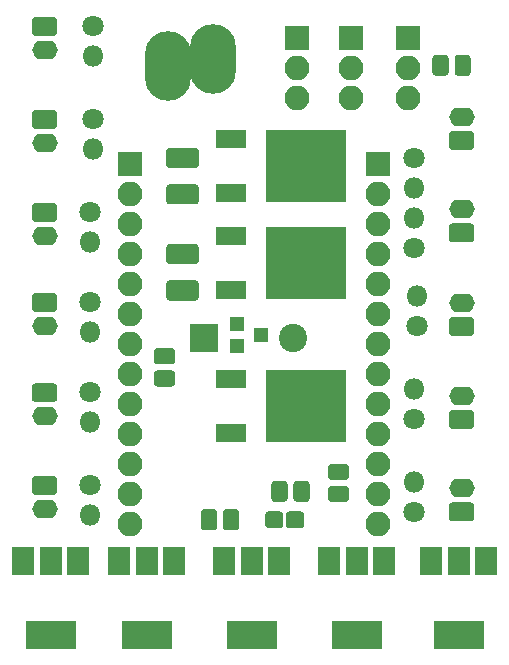
<source format=gbr>
G04 #@! TF.GenerationSoftware,KiCad,Pcbnew,5.0.0*
G04 #@! TF.CreationDate,2018-09-24T20:27:35+02:00*
G04 #@! TF.ProjectId,OpenRClight,4F70656E52436C696768742E6B696361,rev?*
G04 #@! TF.SameCoordinates,Original*
G04 #@! TF.FileFunction,Soldermask,Bot*
G04 #@! TF.FilePolarity,Negative*
%FSLAX46Y46*%
G04 Gerber Fmt 4.6, Leading zero omitted, Abs format (unit mm)*
G04 Created by KiCad (PCBNEW 5.0.0) date Mon Sep 24 20:27:35 2018*
%MOMM*%
%LPD*%
G01*
G04 APERTURE LIST*
%ADD10C,1.800000*%
%ADD11O,1.800000X1.800000*%
%ADD12R,2.400000X2.400000*%
%ADD13C,2.400000*%
%ADD14C,0.100000*%
%ADD15C,1.725000*%
%ADD16O,2.150000X1.600000*%
%ADD17C,1.600000*%
%ADD18R,2.100000X2.100000*%
%ADD19O,2.100000X2.100000*%
%ADD20O,3.900000X5.900000*%
%ADD21R,1.900000X2.400000*%
%ADD22R,4.200000X2.400000*%
%ADD23R,1.300000X1.200000*%
%ADD24C,1.375000*%
%ADD25R,2.600000X1.600000*%
%ADD26R,6.800000X6.200000*%
%ADD27C,1.450000*%
G04 APERTURE END LIST*
D10*
G04 #@! TO.C,R14*
X104902000Y-124460000D03*
D11*
X104902000Y-121920000D03*
G04 #@! TD*
D12*
G04 #@! TO.C,BZ1*
X86868000Y-125476000D03*
D13*
X94468000Y-125476000D03*
G04 #@! TD*
D14*
G04 #@! TO.C,C1*
G36*
X86171431Y-120564567D02*
X86203025Y-120569254D01*
X86234008Y-120577015D01*
X86264081Y-120587775D01*
X86292955Y-120601431D01*
X86320351Y-120617852D01*
X86346006Y-120636879D01*
X86369672Y-120658328D01*
X86391121Y-120681994D01*
X86410148Y-120707649D01*
X86426569Y-120735045D01*
X86440225Y-120763919D01*
X86450985Y-120793992D01*
X86458746Y-120824975D01*
X86463433Y-120856569D01*
X86465000Y-120888471D01*
X86465000Y-121962529D01*
X86463433Y-121994431D01*
X86458746Y-122026025D01*
X86450985Y-122057008D01*
X86440225Y-122087081D01*
X86426569Y-122115955D01*
X86410148Y-122143351D01*
X86391121Y-122169006D01*
X86369672Y-122192672D01*
X86346006Y-122214121D01*
X86320351Y-122233148D01*
X86292955Y-122249569D01*
X86264081Y-122263225D01*
X86234008Y-122273985D01*
X86203025Y-122281746D01*
X86171431Y-122286433D01*
X86139529Y-122288000D01*
X84040471Y-122288000D01*
X84008569Y-122286433D01*
X83976975Y-122281746D01*
X83945992Y-122273985D01*
X83915919Y-122263225D01*
X83887045Y-122249569D01*
X83859649Y-122233148D01*
X83833994Y-122214121D01*
X83810328Y-122192672D01*
X83788879Y-122169006D01*
X83769852Y-122143351D01*
X83753431Y-122115955D01*
X83739775Y-122087081D01*
X83729015Y-122057008D01*
X83721254Y-122026025D01*
X83716567Y-121994431D01*
X83715000Y-121962529D01*
X83715000Y-120888471D01*
X83716567Y-120856569D01*
X83721254Y-120824975D01*
X83729015Y-120793992D01*
X83739775Y-120763919D01*
X83753431Y-120735045D01*
X83769852Y-120707649D01*
X83788879Y-120681994D01*
X83810328Y-120658328D01*
X83833994Y-120636879D01*
X83859649Y-120617852D01*
X83887045Y-120601431D01*
X83915919Y-120587775D01*
X83945992Y-120577015D01*
X83976975Y-120569254D01*
X84008569Y-120564567D01*
X84040471Y-120563000D01*
X86139529Y-120563000D01*
X86171431Y-120564567D01*
X86171431Y-120564567D01*
G37*
D15*
X85090000Y-121425500D03*
D14*
G36*
X86171431Y-117489567D02*
X86203025Y-117494254D01*
X86234008Y-117502015D01*
X86264081Y-117512775D01*
X86292955Y-117526431D01*
X86320351Y-117542852D01*
X86346006Y-117561879D01*
X86369672Y-117583328D01*
X86391121Y-117606994D01*
X86410148Y-117632649D01*
X86426569Y-117660045D01*
X86440225Y-117688919D01*
X86450985Y-117718992D01*
X86458746Y-117749975D01*
X86463433Y-117781569D01*
X86465000Y-117813471D01*
X86465000Y-118887529D01*
X86463433Y-118919431D01*
X86458746Y-118951025D01*
X86450985Y-118982008D01*
X86440225Y-119012081D01*
X86426569Y-119040955D01*
X86410148Y-119068351D01*
X86391121Y-119094006D01*
X86369672Y-119117672D01*
X86346006Y-119139121D01*
X86320351Y-119158148D01*
X86292955Y-119174569D01*
X86264081Y-119188225D01*
X86234008Y-119198985D01*
X86203025Y-119206746D01*
X86171431Y-119211433D01*
X86139529Y-119213000D01*
X84040471Y-119213000D01*
X84008569Y-119211433D01*
X83976975Y-119206746D01*
X83945992Y-119198985D01*
X83915919Y-119188225D01*
X83887045Y-119174569D01*
X83859649Y-119158148D01*
X83833994Y-119139121D01*
X83810328Y-119117672D01*
X83788879Y-119094006D01*
X83769852Y-119068351D01*
X83753431Y-119040955D01*
X83739775Y-119012081D01*
X83729015Y-118982008D01*
X83721254Y-118951025D01*
X83716567Y-118919431D01*
X83715000Y-118887529D01*
X83715000Y-117813471D01*
X83716567Y-117781569D01*
X83721254Y-117749975D01*
X83729015Y-117718992D01*
X83739775Y-117688919D01*
X83753431Y-117660045D01*
X83769852Y-117632649D01*
X83788879Y-117606994D01*
X83810328Y-117583328D01*
X83833994Y-117561879D01*
X83859649Y-117542852D01*
X83887045Y-117526431D01*
X83915919Y-117512775D01*
X83945992Y-117502015D01*
X83976975Y-117494254D01*
X84008569Y-117489567D01*
X84040471Y-117488000D01*
X86139529Y-117488000D01*
X86171431Y-117489567D01*
X86171431Y-117489567D01*
G37*
D15*
X85090000Y-118350500D03*
G04 #@! TD*
D14*
G04 #@! TO.C,C3*
G36*
X86171431Y-109347567D02*
X86203025Y-109352254D01*
X86234008Y-109360015D01*
X86264081Y-109370775D01*
X86292955Y-109384431D01*
X86320351Y-109400852D01*
X86346006Y-109419879D01*
X86369672Y-109441328D01*
X86391121Y-109464994D01*
X86410148Y-109490649D01*
X86426569Y-109518045D01*
X86440225Y-109546919D01*
X86450985Y-109576992D01*
X86458746Y-109607975D01*
X86463433Y-109639569D01*
X86465000Y-109671471D01*
X86465000Y-110745529D01*
X86463433Y-110777431D01*
X86458746Y-110809025D01*
X86450985Y-110840008D01*
X86440225Y-110870081D01*
X86426569Y-110898955D01*
X86410148Y-110926351D01*
X86391121Y-110952006D01*
X86369672Y-110975672D01*
X86346006Y-110997121D01*
X86320351Y-111016148D01*
X86292955Y-111032569D01*
X86264081Y-111046225D01*
X86234008Y-111056985D01*
X86203025Y-111064746D01*
X86171431Y-111069433D01*
X86139529Y-111071000D01*
X84040471Y-111071000D01*
X84008569Y-111069433D01*
X83976975Y-111064746D01*
X83945992Y-111056985D01*
X83915919Y-111046225D01*
X83887045Y-111032569D01*
X83859649Y-111016148D01*
X83833994Y-110997121D01*
X83810328Y-110975672D01*
X83788879Y-110952006D01*
X83769852Y-110926351D01*
X83753431Y-110898955D01*
X83739775Y-110870081D01*
X83729015Y-110840008D01*
X83721254Y-110809025D01*
X83716567Y-110777431D01*
X83715000Y-110745529D01*
X83715000Y-109671471D01*
X83716567Y-109639569D01*
X83721254Y-109607975D01*
X83729015Y-109576992D01*
X83739775Y-109546919D01*
X83753431Y-109518045D01*
X83769852Y-109490649D01*
X83788879Y-109464994D01*
X83810328Y-109441328D01*
X83833994Y-109419879D01*
X83859649Y-109400852D01*
X83887045Y-109384431D01*
X83915919Y-109370775D01*
X83945992Y-109360015D01*
X83976975Y-109352254D01*
X84008569Y-109347567D01*
X84040471Y-109346000D01*
X86139529Y-109346000D01*
X86171431Y-109347567D01*
X86171431Y-109347567D01*
G37*
D15*
X85090000Y-110208500D03*
D14*
G36*
X86171431Y-112422567D02*
X86203025Y-112427254D01*
X86234008Y-112435015D01*
X86264081Y-112445775D01*
X86292955Y-112459431D01*
X86320351Y-112475852D01*
X86346006Y-112494879D01*
X86369672Y-112516328D01*
X86391121Y-112539994D01*
X86410148Y-112565649D01*
X86426569Y-112593045D01*
X86440225Y-112621919D01*
X86450985Y-112651992D01*
X86458746Y-112682975D01*
X86463433Y-112714569D01*
X86465000Y-112746471D01*
X86465000Y-113820529D01*
X86463433Y-113852431D01*
X86458746Y-113884025D01*
X86450985Y-113915008D01*
X86440225Y-113945081D01*
X86426569Y-113973955D01*
X86410148Y-114001351D01*
X86391121Y-114027006D01*
X86369672Y-114050672D01*
X86346006Y-114072121D01*
X86320351Y-114091148D01*
X86292955Y-114107569D01*
X86264081Y-114121225D01*
X86234008Y-114131985D01*
X86203025Y-114139746D01*
X86171431Y-114144433D01*
X86139529Y-114146000D01*
X84040471Y-114146000D01*
X84008569Y-114144433D01*
X83976975Y-114139746D01*
X83945992Y-114131985D01*
X83915919Y-114121225D01*
X83887045Y-114107569D01*
X83859649Y-114091148D01*
X83833994Y-114072121D01*
X83810328Y-114050672D01*
X83788879Y-114027006D01*
X83769852Y-114001351D01*
X83753431Y-113973955D01*
X83739775Y-113945081D01*
X83729015Y-113915008D01*
X83721254Y-113884025D01*
X83716567Y-113852431D01*
X83715000Y-113820529D01*
X83715000Y-112746471D01*
X83716567Y-112714569D01*
X83721254Y-112682975D01*
X83729015Y-112651992D01*
X83739775Y-112621919D01*
X83753431Y-112593045D01*
X83769852Y-112565649D01*
X83788879Y-112539994D01*
X83810328Y-112516328D01*
X83833994Y-112494879D01*
X83859649Y-112475852D01*
X83887045Y-112459431D01*
X83915919Y-112445775D01*
X83945992Y-112435015D01*
X83976975Y-112427254D01*
X84008569Y-112422567D01*
X84040471Y-112421000D01*
X86139529Y-112421000D01*
X86171431Y-112422567D01*
X86171431Y-112422567D01*
G37*
D15*
X85090000Y-113283500D03*
G04 #@! TD*
D16*
G04 #@! TO.C,J1*
X73406000Y-139922000D03*
D14*
G36*
X74180340Y-137123605D02*
X74212698Y-137128405D01*
X74244429Y-137136353D01*
X74275229Y-137147373D01*
X74304800Y-137161359D01*
X74332857Y-137178177D01*
X74359132Y-137197663D01*
X74383369Y-137219631D01*
X74405337Y-137243868D01*
X74424823Y-137270143D01*
X74441641Y-137298200D01*
X74455627Y-137327771D01*
X74466647Y-137358571D01*
X74474595Y-137390302D01*
X74479395Y-137422660D01*
X74481000Y-137455332D01*
X74481000Y-138388668D01*
X74479395Y-138421340D01*
X74474595Y-138453698D01*
X74466647Y-138485429D01*
X74455627Y-138516229D01*
X74441641Y-138545800D01*
X74424823Y-138573857D01*
X74405337Y-138600132D01*
X74383369Y-138624369D01*
X74359132Y-138646337D01*
X74332857Y-138665823D01*
X74304800Y-138682641D01*
X74275229Y-138696627D01*
X74244429Y-138707647D01*
X74212698Y-138715595D01*
X74180340Y-138720395D01*
X74147668Y-138722000D01*
X72664332Y-138722000D01*
X72631660Y-138720395D01*
X72599302Y-138715595D01*
X72567571Y-138707647D01*
X72536771Y-138696627D01*
X72507200Y-138682641D01*
X72479143Y-138665823D01*
X72452868Y-138646337D01*
X72428631Y-138624369D01*
X72406663Y-138600132D01*
X72387177Y-138573857D01*
X72370359Y-138545800D01*
X72356373Y-138516229D01*
X72345353Y-138485429D01*
X72337405Y-138453698D01*
X72332605Y-138421340D01*
X72331000Y-138388668D01*
X72331000Y-137455332D01*
X72332605Y-137422660D01*
X72337405Y-137390302D01*
X72345353Y-137358571D01*
X72356373Y-137327771D01*
X72370359Y-137298200D01*
X72387177Y-137270143D01*
X72406663Y-137243868D01*
X72428631Y-137219631D01*
X72452868Y-137197663D01*
X72479143Y-137178177D01*
X72507200Y-137161359D01*
X72536771Y-137147373D01*
X72567571Y-137136353D01*
X72599302Y-137128405D01*
X72631660Y-137123605D01*
X72664332Y-137122000D01*
X74147668Y-137122000D01*
X74180340Y-137123605D01*
X74180340Y-137123605D01*
G37*
D17*
X73406000Y-137922000D03*
G04 #@! TD*
D14*
G04 #@! TO.C,J2*
G36*
X74180340Y-129281605D02*
X74212698Y-129286405D01*
X74244429Y-129294353D01*
X74275229Y-129305373D01*
X74304800Y-129319359D01*
X74332857Y-129336177D01*
X74359132Y-129355663D01*
X74383369Y-129377631D01*
X74405337Y-129401868D01*
X74424823Y-129428143D01*
X74441641Y-129456200D01*
X74455627Y-129485771D01*
X74466647Y-129516571D01*
X74474595Y-129548302D01*
X74479395Y-129580660D01*
X74481000Y-129613332D01*
X74481000Y-130546668D01*
X74479395Y-130579340D01*
X74474595Y-130611698D01*
X74466647Y-130643429D01*
X74455627Y-130674229D01*
X74441641Y-130703800D01*
X74424823Y-130731857D01*
X74405337Y-130758132D01*
X74383369Y-130782369D01*
X74359132Y-130804337D01*
X74332857Y-130823823D01*
X74304800Y-130840641D01*
X74275229Y-130854627D01*
X74244429Y-130865647D01*
X74212698Y-130873595D01*
X74180340Y-130878395D01*
X74147668Y-130880000D01*
X72664332Y-130880000D01*
X72631660Y-130878395D01*
X72599302Y-130873595D01*
X72567571Y-130865647D01*
X72536771Y-130854627D01*
X72507200Y-130840641D01*
X72479143Y-130823823D01*
X72452868Y-130804337D01*
X72428631Y-130782369D01*
X72406663Y-130758132D01*
X72387177Y-130731857D01*
X72370359Y-130703800D01*
X72356373Y-130674229D01*
X72345353Y-130643429D01*
X72337405Y-130611698D01*
X72332605Y-130579340D01*
X72331000Y-130546668D01*
X72331000Y-129613332D01*
X72332605Y-129580660D01*
X72337405Y-129548302D01*
X72345353Y-129516571D01*
X72356373Y-129485771D01*
X72370359Y-129456200D01*
X72387177Y-129428143D01*
X72406663Y-129401868D01*
X72428631Y-129377631D01*
X72452868Y-129355663D01*
X72479143Y-129336177D01*
X72507200Y-129319359D01*
X72536771Y-129305373D01*
X72567571Y-129294353D01*
X72599302Y-129286405D01*
X72631660Y-129281605D01*
X72664332Y-129280000D01*
X74147668Y-129280000D01*
X74180340Y-129281605D01*
X74180340Y-129281605D01*
G37*
D17*
X73406000Y-130080000D03*
D16*
X73406000Y-132080000D03*
G04 #@! TD*
D14*
G04 #@! TO.C,J3*
G36*
X74180340Y-121629605D02*
X74212698Y-121634405D01*
X74244429Y-121642353D01*
X74275229Y-121653373D01*
X74304800Y-121667359D01*
X74332857Y-121684177D01*
X74359132Y-121703663D01*
X74383369Y-121725631D01*
X74405337Y-121749868D01*
X74424823Y-121776143D01*
X74441641Y-121804200D01*
X74455627Y-121833771D01*
X74466647Y-121864571D01*
X74474595Y-121896302D01*
X74479395Y-121928660D01*
X74481000Y-121961332D01*
X74481000Y-122894668D01*
X74479395Y-122927340D01*
X74474595Y-122959698D01*
X74466647Y-122991429D01*
X74455627Y-123022229D01*
X74441641Y-123051800D01*
X74424823Y-123079857D01*
X74405337Y-123106132D01*
X74383369Y-123130369D01*
X74359132Y-123152337D01*
X74332857Y-123171823D01*
X74304800Y-123188641D01*
X74275229Y-123202627D01*
X74244429Y-123213647D01*
X74212698Y-123221595D01*
X74180340Y-123226395D01*
X74147668Y-123228000D01*
X72664332Y-123228000D01*
X72631660Y-123226395D01*
X72599302Y-123221595D01*
X72567571Y-123213647D01*
X72536771Y-123202627D01*
X72507200Y-123188641D01*
X72479143Y-123171823D01*
X72452868Y-123152337D01*
X72428631Y-123130369D01*
X72406663Y-123106132D01*
X72387177Y-123079857D01*
X72370359Y-123051800D01*
X72356373Y-123022229D01*
X72345353Y-122991429D01*
X72337405Y-122959698D01*
X72332605Y-122927340D01*
X72331000Y-122894668D01*
X72331000Y-121961332D01*
X72332605Y-121928660D01*
X72337405Y-121896302D01*
X72345353Y-121864571D01*
X72356373Y-121833771D01*
X72370359Y-121804200D01*
X72387177Y-121776143D01*
X72406663Y-121749868D01*
X72428631Y-121725631D01*
X72452868Y-121703663D01*
X72479143Y-121684177D01*
X72507200Y-121667359D01*
X72536771Y-121653373D01*
X72567571Y-121642353D01*
X72599302Y-121634405D01*
X72631660Y-121629605D01*
X72664332Y-121628000D01*
X74147668Y-121628000D01*
X74180340Y-121629605D01*
X74180340Y-121629605D01*
G37*
D17*
X73406000Y-122428000D03*
D16*
X73406000Y-124428000D03*
G04 #@! TD*
G04 #@! TO.C,J4*
X73406000Y-116808000D03*
D14*
G36*
X74180340Y-114009605D02*
X74212698Y-114014405D01*
X74244429Y-114022353D01*
X74275229Y-114033373D01*
X74304800Y-114047359D01*
X74332857Y-114064177D01*
X74359132Y-114083663D01*
X74383369Y-114105631D01*
X74405337Y-114129868D01*
X74424823Y-114156143D01*
X74441641Y-114184200D01*
X74455627Y-114213771D01*
X74466647Y-114244571D01*
X74474595Y-114276302D01*
X74479395Y-114308660D01*
X74481000Y-114341332D01*
X74481000Y-115274668D01*
X74479395Y-115307340D01*
X74474595Y-115339698D01*
X74466647Y-115371429D01*
X74455627Y-115402229D01*
X74441641Y-115431800D01*
X74424823Y-115459857D01*
X74405337Y-115486132D01*
X74383369Y-115510369D01*
X74359132Y-115532337D01*
X74332857Y-115551823D01*
X74304800Y-115568641D01*
X74275229Y-115582627D01*
X74244429Y-115593647D01*
X74212698Y-115601595D01*
X74180340Y-115606395D01*
X74147668Y-115608000D01*
X72664332Y-115608000D01*
X72631660Y-115606395D01*
X72599302Y-115601595D01*
X72567571Y-115593647D01*
X72536771Y-115582627D01*
X72507200Y-115568641D01*
X72479143Y-115551823D01*
X72452868Y-115532337D01*
X72428631Y-115510369D01*
X72406663Y-115486132D01*
X72387177Y-115459857D01*
X72370359Y-115431800D01*
X72356373Y-115402229D01*
X72345353Y-115371429D01*
X72337405Y-115339698D01*
X72332605Y-115307340D01*
X72331000Y-115274668D01*
X72331000Y-114341332D01*
X72332605Y-114308660D01*
X72337405Y-114276302D01*
X72345353Y-114244571D01*
X72356373Y-114213771D01*
X72370359Y-114184200D01*
X72387177Y-114156143D01*
X72406663Y-114129868D01*
X72428631Y-114105631D01*
X72452868Y-114083663D01*
X72479143Y-114064177D01*
X72507200Y-114047359D01*
X72536771Y-114033373D01*
X72567571Y-114022353D01*
X72599302Y-114014405D01*
X72631660Y-114009605D01*
X72664332Y-114008000D01*
X74147668Y-114008000D01*
X74180340Y-114009605D01*
X74180340Y-114009605D01*
G37*
D17*
X73406000Y-114808000D03*
G04 #@! TD*
D14*
G04 #@! TO.C,J5*
G36*
X74180340Y-106135605D02*
X74212698Y-106140405D01*
X74244429Y-106148353D01*
X74275229Y-106159373D01*
X74304800Y-106173359D01*
X74332857Y-106190177D01*
X74359132Y-106209663D01*
X74383369Y-106231631D01*
X74405337Y-106255868D01*
X74424823Y-106282143D01*
X74441641Y-106310200D01*
X74455627Y-106339771D01*
X74466647Y-106370571D01*
X74474595Y-106402302D01*
X74479395Y-106434660D01*
X74481000Y-106467332D01*
X74481000Y-107400668D01*
X74479395Y-107433340D01*
X74474595Y-107465698D01*
X74466647Y-107497429D01*
X74455627Y-107528229D01*
X74441641Y-107557800D01*
X74424823Y-107585857D01*
X74405337Y-107612132D01*
X74383369Y-107636369D01*
X74359132Y-107658337D01*
X74332857Y-107677823D01*
X74304800Y-107694641D01*
X74275229Y-107708627D01*
X74244429Y-107719647D01*
X74212698Y-107727595D01*
X74180340Y-107732395D01*
X74147668Y-107734000D01*
X72664332Y-107734000D01*
X72631660Y-107732395D01*
X72599302Y-107727595D01*
X72567571Y-107719647D01*
X72536771Y-107708627D01*
X72507200Y-107694641D01*
X72479143Y-107677823D01*
X72452868Y-107658337D01*
X72428631Y-107636369D01*
X72406663Y-107612132D01*
X72387177Y-107585857D01*
X72370359Y-107557800D01*
X72356373Y-107528229D01*
X72345353Y-107497429D01*
X72337405Y-107465698D01*
X72332605Y-107433340D01*
X72331000Y-107400668D01*
X72331000Y-106467332D01*
X72332605Y-106434660D01*
X72337405Y-106402302D01*
X72345353Y-106370571D01*
X72356373Y-106339771D01*
X72370359Y-106310200D01*
X72387177Y-106282143D01*
X72406663Y-106255868D01*
X72428631Y-106231631D01*
X72452868Y-106209663D01*
X72479143Y-106190177D01*
X72507200Y-106173359D01*
X72536771Y-106159373D01*
X72567571Y-106148353D01*
X72599302Y-106140405D01*
X72631660Y-106135605D01*
X72664332Y-106134000D01*
X74147668Y-106134000D01*
X74180340Y-106135605D01*
X74180340Y-106135605D01*
G37*
D17*
X73406000Y-106934000D03*
D16*
X73406000Y-108934000D03*
G04 #@! TD*
G04 #@! TO.C,J6*
X73406000Y-101060000D03*
D14*
G36*
X74180340Y-98261605D02*
X74212698Y-98266405D01*
X74244429Y-98274353D01*
X74275229Y-98285373D01*
X74304800Y-98299359D01*
X74332857Y-98316177D01*
X74359132Y-98335663D01*
X74383369Y-98357631D01*
X74405337Y-98381868D01*
X74424823Y-98408143D01*
X74441641Y-98436200D01*
X74455627Y-98465771D01*
X74466647Y-98496571D01*
X74474595Y-98528302D01*
X74479395Y-98560660D01*
X74481000Y-98593332D01*
X74481000Y-99526668D01*
X74479395Y-99559340D01*
X74474595Y-99591698D01*
X74466647Y-99623429D01*
X74455627Y-99654229D01*
X74441641Y-99683800D01*
X74424823Y-99711857D01*
X74405337Y-99738132D01*
X74383369Y-99762369D01*
X74359132Y-99784337D01*
X74332857Y-99803823D01*
X74304800Y-99820641D01*
X74275229Y-99834627D01*
X74244429Y-99845647D01*
X74212698Y-99853595D01*
X74180340Y-99858395D01*
X74147668Y-99860000D01*
X72664332Y-99860000D01*
X72631660Y-99858395D01*
X72599302Y-99853595D01*
X72567571Y-99845647D01*
X72536771Y-99834627D01*
X72507200Y-99820641D01*
X72479143Y-99803823D01*
X72452868Y-99784337D01*
X72428631Y-99762369D01*
X72406663Y-99738132D01*
X72387177Y-99711857D01*
X72370359Y-99683800D01*
X72356373Y-99654229D01*
X72345353Y-99623429D01*
X72337405Y-99591698D01*
X72332605Y-99559340D01*
X72331000Y-99526668D01*
X72331000Y-98593332D01*
X72332605Y-98560660D01*
X72337405Y-98528302D01*
X72345353Y-98496571D01*
X72356373Y-98465771D01*
X72370359Y-98436200D01*
X72387177Y-98408143D01*
X72406663Y-98381868D01*
X72428631Y-98357631D01*
X72452868Y-98335663D01*
X72479143Y-98316177D01*
X72507200Y-98299359D01*
X72536771Y-98285373D01*
X72567571Y-98274353D01*
X72599302Y-98266405D01*
X72631660Y-98261605D01*
X72664332Y-98260000D01*
X74147668Y-98260000D01*
X74180340Y-98261605D01*
X74180340Y-98261605D01*
G37*
D17*
X73406000Y-99060000D03*
G04 #@! TD*
D14*
G04 #@! TO.C,J7*
G36*
X109486340Y-139377605D02*
X109518698Y-139382405D01*
X109550429Y-139390353D01*
X109581229Y-139401373D01*
X109610800Y-139415359D01*
X109638857Y-139432177D01*
X109665132Y-139451663D01*
X109689369Y-139473631D01*
X109711337Y-139497868D01*
X109730823Y-139524143D01*
X109747641Y-139552200D01*
X109761627Y-139581771D01*
X109772647Y-139612571D01*
X109780595Y-139644302D01*
X109785395Y-139676660D01*
X109787000Y-139709332D01*
X109787000Y-140642668D01*
X109785395Y-140675340D01*
X109780595Y-140707698D01*
X109772647Y-140739429D01*
X109761627Y-140770229D01*
X109747641Y-140799800D01*
X109730823Y-140827857D01*
X109711337Y-140854132D01*
X109689369Y-140878369D01*
X109665132Y-140900337D01*
X109638857Y-140919823D01*
X109610800Y-140936641D01*
X109581229Y-140950627D01*
X109550429Y-140961647D01*
X109518698Y-140969595D01*
X109486340Y-140974395D01*
X109453668Y-140976000D01*
X107970332Y-140976000D01*
X107937660Y-140974395D01*
X107905302Y-140969595D01*
X107873571Y-140961647D01*
X107842771Y-140950627D01*
X107813200Y-140936641D01*
X107785143Y-140919823D01*
X107758868Y-140900337D01*
X107734631Y-140878369D01*
X107712663Y-140854132D01*
X107693177Y-140827857D01*
X107676359Y-140799800D01*
X107662373Y-140770229D01*
X107651353Y-140739429D01*
X107643405Y-140707698D01*
X107638605Y-140675340D01*
X107637000Y-140642668D01*
X107637000Y-139709332D01*
X107638605Y-139676660D01*
X107643405Y-139644302D01*
X107651353Y-139612571D01*
X107662373Y-139581771D01*
X107676359Y-139552200D01*
X107693177Y-139524143D01*
X107712663Y-139497868D01*
X107734631Y-139473631D01*
X107758868Y-139451663D01*
X107785143Y-139432177D01*
X107813200Y-139415359D01*
X107842771Y-139401373D01*
X107873571Y-139390353D01*
X107905302Y-139382405D01*
X107937660Y-139377605D01*
X107970332Y-139376000D01*
X109453668Y-139376000D01*
X109486340Y-139377605D01*
X109486340Y-139377605D01*
G37*
D17*
X108712000Y-140176000D03*
D16*
X108712000Y-138176000D03*
G04 #@! TD*
G04 #@! TO.C,J8*
X108712000Y-130334000D03*
D14*
G36*
X109486340Y-131535605D02*
X109518698Y-131540405D01*
X109550429Y-131548353D01*
X109581229Y-131559373D01*
X109610800Y-131573359D01*
X109638857Y-131590177D01*
X109665132Y-131609663D01*
X109689369Y-131631631D01*
X109711337Y-131655868D01*
X109730823Y-131682143D01*
X109747641Y-131710200D01*
X109761627Y-131739771D01*
X109772647Y-131770571D01*
X109780595Y-131802302D01*
X109785395Y-131834660D01*
X109787000Y-131867332D01*
X109787000Y-132800668D01*
X109785395Y-132833340D01*
X109780595Y-132865698D01*
X109772647Y-132897429D01*
X109761627Y-132928229D01*
X109747641Y-132957800D01*
X109730823Y-132985857D01*
X109711337Y-133012132D01*
X109689369Y-133036369D01*
X109665132Y-133058337D01*
X109638857Y-133077823D01*
X109610800Y-133094641D01*
X109581229Y-133108627D01*
X109550429Y-133119647D01*
X109518698Y-133127595D01*
X109486340Y-133132395D01*
X109453668Y-133134000D01*
X107970332Y-133134000D01*
X107937660Y-133132395D01*
X107905302Y-133127595D01*
X107873571Y-133119647D01*
X107842771Y-133108627D01*
X107813200Y-133094641D01*
X107785143Y-133077823D01*
X107758868Y-133058337D01*
X107734631Y-133036369D01*
X107712663Y-133012132D01*
X107693177Y-132985857D01*
X107676359Y-132957800D01*
X107662373Y-132928229D01*
X107651353Y-132897429D01*
X107643405Y-132865698D01*
X107638605Y-132833340D01*
X107637000Y-132800668D01*
X107637000Y-131867332D01*
X107638605Y-131834660D01*
X107643405Y-131802302D01*
X107651353Y-131770571D01*
X107662373Y-131739771D01*
X107676359Y-131710200D01*
X107693177Y-131682143D01*
X107712663Y-131655868D01*
X107734631Y-131631631D01*
X107758868Y-131609663D01*
X107785143Y-131590177D01*
X107813200Y-131573359D01*
X107842771Y-131559373D01*
X107873571Y-131548353D01*
X107905302Y-131540405D01*
X107937660Y-131535605D01*
X107970332Y-131534000D01*
X109453668Y-131534000D01*
X109486340Y-131535605D01*
X109486340Y-131535605D01*
G37*
D17*
X108712000Y-132334000D03*
G04 #@! TD*
D14*
G04 #@! TO.C,J9*
G36*
X109486340Y-123661605D02*
X109518698Y-123666405D01*
X109550429Y-123674353D01*
X109581229Y-123685373D01*
X109610800Y-123699359D01*
X109638857Y-123716177D01*
X109665132Y-123735663D01*
X109689369Y-123757631D01*
X109711337Y-123781868D01*
X109730823Y-123808143D01*
X109747641Y-123836200D01*
X109761627Y-123865771D01*
X109772647Y-123896571D01*
X109780595Y-123928302D01*
X109785395Y-123960660D01*
X109787000Y-123993332D01*
X109787000Y-124926668D01*
X109785395Y-124959340D01*
X109780595Y-124991698D01*
X109772647Y-125023429D01*
X109761627Y-125054229D01*
X109747641Y-125083800D01*
X109730823Y-125111857D01*
X109711337Y-125138132D01*
X109689369Y-125162369D01*
X109665132Y-125184337D01*
X109638857Y-125203823D01*
X109610800Y-125220641D01*
X109581229Y-125234627D01*
X109550429Y-125245647D01*
X109518698Y-125253595D01*
X109486340Y-125258395D01*
X109453668Y-125260000D01*
X107970332Y-125260000D01*
X107937660Y-125258395D01*
X107905302Y-125253595D01*
X107873571Y-125245647D01*
X107842771Y-125234627D01*
X107813200Y-125220641D01*
X107785143Y-125203823D01*
X107758868Y-125184337D01*
X107734631Y-125162369D01*
X107712663Y-125138132D01*
X107693177Y-125111857D01*
X107676359Y-125083800D01*
X107662373Y-125054229D01*
X107651353Y-125023429D01*
X107643405Y-124991698D01*
X107638605Y-124959340D01*
X107637000Y-124926668D01*
X107637000Y-123993332D01*
X107638605Y-123960660D01*
X107643405Y-123928302D01*
X107651353Y-123896571D01*
X107662373Y-123865771D01*
X107676359Y-123836200D01*
X107693177Y-123808143D01*
X107712663Y-123781868D01*
X107734631Y-123757631D01*
X107758868Y-123735663D01*
X107785143Y-123716177D01*
X107813200Y-123699359D01*
X107842771Y-123685373D01*
X107873571Y-123674353D01*
X107905302Y-123666405D01*
X107937660Y-123661605D01*
X107970332Y-123660000D01*
X109453668Y-123660000D01*
X109486340Y-123661605D01*
X109486340Y-123661605D01*
G37*
D17*
X108712000Y-124460000D03*
D16*
X108712000Y-122460000D03*
G04 #@! TD*
G04 #@! TO.C,J10*
X108712000Y-114554000D03*
D14*
G36*
X109486340Y-115755605D02*
X109518698Y-115760405D01*
X109550429Y-115768353D01*
X109581229Y-115779373D01*
X109610800Y-115793359D01*
X109638857Y-115810177D01*
X109665132Y-115829663D01*
X109689369Y-115851631D01*
X109711337Y-115875868D01*
X109730823Y-115902143D01*
X109747641Y-115930200D01*
X109761627Y-115959771D01*
X109772647Y-115990571D01*
X109780595Y-116022302D01*
X109785395Y-116054660D01*
X109787000Y-116087332D01*
X109787000Y-117020668D01*
X109785395Y-117053340D01*
X109780595Y-117085698D01*
X109772647Y-117117429D01*
X109761627Y-117148229D01*
X109747641Y-117177800D01*
X109730823Y-117205857D01*
X109711337Y-117232132D01*
X109689369Y-117256369D01*
X109665132Y-117278337D01*
X109638857Y-117297823D01*
X109610800Y-117314641D01*
X109581229Y-117328627D01*
X109550429Y-117339647D01*
X109518698Y-117347595D01*
X109486340Y-117352395D01*
X109453668Y-117354000D01*
X107970332Y-117354000D01*
X107937660Y-117352395D01*
X107905302Y-117347595D01*
X107873571Y-117339647D01*
X107842771Y-117328627D01*
X107813200Y-117314641D01*
X107785143Y-117297823D01*
X107758868Y-117278337D01*
X107734631Y-117256369D01*
X107712663Y-117232132D01*
X107693177Y-117205857D01*
X107676359Y-117177800D01*
X107662373Y-117148229D01*
X107651353Y-117117429D01*
X107643405Y-117085698D01*
X107638605Y-117053340D01*
X107637000Y-117020668D01*
X107637000Y-116087332D01*
X107638605Y-116054660D01*
X107643405Y-116022302D01*
X107651353Y-115990571D01*
X107662373Y-115959771D01*
X107676359Y-115930200D01*
X107693177Y-115902143D01*
X107712663Y-115875868D01*
X107734631Y-115851631D01*
X107758868Y-115829663D01*
X107785143Y-115810177D01*
X107813200Y-115793359D01*
X107842771Y-115779373D01*
X107873571Y-115768353D01*
X107905302Y-115760405D01*
X107937660Y-115755605D01*
X107970332Y-115754000D01*
X109453668Y-115754000D01*
X109486340Y-115755605D01*
X109486340Y-115755605D01*
G37*
D17*
X108712000Y-116554000D03*
G04 #@! TD*
D14*
G04 #@! TO.C,J11*
G36*
X109486340Y-107913605D02*
X109518698Y-107918405D01*
X109550429Y-107926353D01*
X109581229Y-107937373D01*
X109610800Y-107951359D01*
X109638857Y-107968177D01*
X109665132Y-107987663D01*
X109689369Y-108009631D01*
X109711337Y-108033868D01*
X109730823Y-108060143D01*
X109747641Y-108088200D01*
X109761627Y-108117771D01*
X109772647Y-108148571D01*
X109780595Y-108180302D01*
X109785395Y-108212660D01*
X109787000Y-108245332D01*
X109787000Y-109178668D01*
X109785395Y-109211340D01*
X109780595Y-109243698D01*
X109772647Y-109275429D01*
X109761627Y-109306229D01*
X109747641Y-109335800D01*
X109730823Y-109363857D01*
X109711337Y-109390132D01*
X109689369Y-109414369D01*
X109665132Y-109436337D01*
X109638857Y-109455823D01*
X109610800Y-109472641D01*
X109581229Y-109486627D01*
X109550429Y-109497647D01*
X109518698Y-109505595D01*
X109486340Y-109510395D01*
X109453668Y-109512000D01*
X107970332Y-109512000D01*
X107937660Y-109510395D01*
X107905302Y-109505595D01*
X107873571Y-109497647D01*
X107842771Y-109486627D01*
X107813200Y-109472641D01*
X107785143Y-109455823D01*
X107758868Y-109436337D01*
X107734631Y-109414369D01*
X107712663Y-109390132D01*
X107693177Y-109363857D01*
X107676359Y-109335800D01*
X107662373Y-109306229D01*
X107651353Y-109275429D01*
X107643405Y-109243698D01*
X107638605Y-109211340D01*
X107637000Y-109178668D01*
X107637000Y-108245332D01*
X107638605Y-108212660D01*
X107643405Y-108180302D01*
X107651353Y-108148571D01*
X107662373Y-108117771D01*
X107676359Y-108088200D01*
X107693177Y-108060143D01*
X107712663Y-108033868D01*
X107734631Y-108009631D01*
X107758868Y-107987663D01*
X107785143Y-107968177D01*
X107813200Y-107951359D01*
X107842771Y-107937373D01*
X107873571Y-107926353D01*
X107905302Y-107918405D01*
X107937660Y-107913605D01*
X107970332Y-107912000D01*
X109453668Y-107912000D01*
X109486340Y-107913605D01*
X109486340Y-107913605D01*
G37*
D17*
X108712000Y-108712000D03*
D16*
X108712000Y-106712000D03*
G04 #@! TD*
D18*
G04 #@! TO.C,J12*
X94742000Y-100076000D03*
D19*
X94742000Y-102616000D03*
X94742000Y-105156000D03*
G04 #@! TD*
D18*
G04 #@! TO.C,J13*
X99314000Y-100076000D03*
D19*
X99314000Y-102616000D03*
X99314000Y-105156000D03*
G04 #@! TD*
G04 #@! TO.C,J14*
X104140000Y-105156000D03*
X104140000Y-102616000D03*
D18*
X104140000Y-100076000D03*
G04 #@! TD*
D20*
G04 #@! TO.C,J15*
X87630000Y-101854000D03*
X83880000Y-102404000D03*
G04 #@! TD*
D21*
G04 #@! TO.C,Q1*
X71614000Y-144297000D03*
X76214000Y-144297000D03*
X73914000Y-144297000D03*
D22*
X73914000Y-150597000D03*
G04 #@! TD*
D21*
G04 #@! TO.C,Q2*
X79742000Y-144297000D03*
X84342000Y-144297000D03*
X82042000Y-144297000D03*
D22*
X82042000Y-150597000D03*
G04 #@! TD*
G04 #@! TO.C,Q3*
X90932000Y-150597000D03*
D21*
X90932000Y-144297000D03*
X93232000Y-144297000D03*
X88632000Y-144297000D03*
G04 #@! TD*
D22*
G04 #@! TO.C,Q4*
X99822000Y-150597000D03*
D21*
X99822000Y-144297000D03*
X102122000Y-144297000D03*
X97522000Y-144297000D03*
G04 #@! TD*
D22*
G04 #@! TO.C,Q5*
X108458000Y-150597000D03*
D21*
X108458000Y-144297000D03*
X110758000Y-144297000D03*
X106158000Y-144297000D03*
G04 #@! TD*
D23*
G04 #@! TO.C,Q6*
X89694000Y-126172000D03*
X89694000Y-124272000D03*
X91694000Y-125222000D03*
G04 #@! TD*
D14*
G04 #@! TO.C,R3*
G36*
X87704943Y-139944655D02*
X87738312Y-139949605D01*
X87771035Y-139957802D01*
X87802797Y-139969166D01*
X87833293Y-139983590D01*
X87862227Y-140000932D01*
X87889323Y-140021028D01*
X87914318Y-140043682D01*
X87936972Y-140068677D01*
X87957068Y-140095773D01*
X87974410Y-140124707D01*
X87988834Y-140155203D01*
X88000198Y-140186965D01*
X88008395Y-140219688D01*
X88013345Y-140253057D01*
X88015000Y-140286750D01*
X88015000Y-141399250D01*
X88013345Y-141432943D01*
X88008395Y-141466312D01*
X88000198Y-141499035D01*
X87988834Y-141530797D01*
X87974410Y-141561293D01*
X87957068Y-141590227D01*
X87936972Y-141617323D01*
X87914318Y-141642318D01*
X87889323Y-141664972D01*
X87862227Y-141685068D01*
X87833293Y-141702410D01*
X87802797Y-141716834D01*
X87771035Y-141728198D01*
X87738312Y-141736395D01*
X87704943Y-141741345D01*
X87671250Y-141743000D01*
X86983750Y-141743000D01*
X86950057Y-141741345D01*
X86916688Y-141736395D01*
X86883965Y-141728198D01*
X86852203Y-141716834D01*
X86821707Y-141702410D01*
X86792773Y-141685068D01*
X86765677Y-141664972D01*
X86740682Y-141642318D01*
X86718028Y-141617323D01*
X86697932Y-141590227D01*
X86680590Y-141561293D01*
X86666166Y-141530797D01*
X86654802Y-141499035D01*
X86646605Y-141466312D01*
X86641655Y-141432943D01*
X86640000Y-141399250D01*
X86640000Y-140286750D01*
X86641655Y-140253057D01*
X86646605Y-140219688D01*
X86654802Y-140186965D01*
X86666166Y-140155203D01*
X86680590Y-140124707D01*
X86697932Y-140095773D01*
X86718028Y-140068677D01*
X86740682Y-140043682D01*
X86765677Y-140021028D01*
X86792773Y-140000932D01*
X86821707Y-139983590D01*
X86852203Y-139969166D01*
X86883965Y-139957802D01*
X86916688Y-139949605D01*
X86950057Y-139944655D01*
X86983750Y-139943000D01*
X87671250Y-139943000D01*
X87704943Y-139944655D01*
X87704943Y-139944655D01*
G37*
D24*
X87327500Y-140843000D03*
D14*
G36*
X89579943Y-139944655D02*
X89613312Y-139949605D01*
X89646035Y-139957802D01*
X89677797Y-139969166D01*
X89708293Y-139983590D01*
X89737227Y-140000932D01*
X89764323Y-140021028D01*
X89789318Y-140043682D01*
X89811972Y-140068677D01*
X89832068Y-140095773D01*
X89849410Y-140124707D01*
X89863834Y-140155203D01*
X89875198Y-140186965D01*
X89883395Y-140219688D01*
X89888345Y-140253057D01*
X89890000Y-140286750D01*
X89890000Y-141399250D01*
X89888345Y-141432943D01*
X89883395Y-141466312D01*
X89875198Y-141499035D01*
X89863834Y-141530797D01*
X89849410Y-141561293D01*
X89832068Y-141590227D01*
X89811972Y-141617323D01*
X89789318Y-141642318D01*
X89764323Y-141664972D01*
X89737227Y-141685068D01*
X89708293Y-141702410D01*
X89677797Y-141716834D01*
X89646035Y-141728198D01*
X89613312Y-141736395D01*
X89579943Y-141741345D01*
X89546250Y-141743000D01*
X88858750Y-141743000D01*
X88825057Y-141741345D01*
X88791688Y-141736395D01*
X88758965Y-141728198D01*
X88727203Y-141716834D01*
X88696707Y-141702410D01*
X88667773Y-141685068D01*
X88640677Y-141664972D01*
X88615682Y-141642318D01*
X88593028Y-141617323D01*
X88572932Y-141590227D01*
X88555590Y-141561293D01*
X88541166Y-141530797D01*
X88529802Y-141499035D01*
X88521605Y-141466312D01*
X88516655Y-141432943D01*
X88515000Y-141399250D01*
X88515000Y-140286750D01*
X88516655Y-140253057D01*
X88521605Y-140219688D01*
X88529802Y-140186965D01*
X88541166Y-140155203D01*
X88555590Y-140124707D01*
X88572932Y-140095773D01*
X88593028Y-140068677D01*
X88615682Y-140043682D01*
X88640677Y-140021028D01*
X88667773Y-140000932D01*
X88696707Y-139983590D01*
X88727203Y-139969166D01*
X88758965Y-139957802D01*
X88791688Y-139949605D01*
X88825057Y-139944655D01*
X88858750Y-139943000D01*
X89546250Y-139943000D01*
X89579943Y-139944655D01*
X89579943Y-139944655D01*
G37*
D24*
X89202500Y-140843000D03*
G04 #@! TD*
D10*
G04 #@! TO.C,R6*
X77216000Y-137922000D03*
D11*
X77216000Y-140462000D03*
G04 #@! TD*
D10*
G04 #@! TO.C,R7*
X77216000Y-130048000D03*
D11*
X77216000Y-132588000D03*
G04 #@! TD*
G04 #@! TO.C,R8*
X77216000Y-124968000D03*
D10*
X77216000Y-122428000D03*
G04 #@! TD*
D11*
G04 #@! TO.C,R9*
X77216000Y-117348000D03*
D10*
X77216000Y-114808000D03*
G04 #@! TD*
G04 #@! TO.C,R10*
X77470000Y-106934000D03*
D11*
X77470000Y-109474000D03*
G04 #@! TD*
D10*
G04 #@! TO.C,R11*
X77470000Y-99060000D03*
D11*
X77470000Y-101600000D03*
G04 #@! TD*
D10*
G04 #@! TO.C,R12*
X104648000Y-140208000D03*
D11*
X104648000Y-137668000D03*
G04 #@! TD*
G04 #@! TO.C,R13*
X104648000Y-129794000D03*
D10*
X104648000Y-132334000D03*
G04 #@! TD*
D11*
G04 #@! TO.C,R15*
X104648000Y-115316000D03*
D10*
X104648000Y-117856000D03*
G04 #@! TD*
D11*
G04 #@! TO.C,R16*
X104648000Y-112776000D03*
D10*
X104648000Y-110236000D03*
G04 #@! TD*
D14*
G04 #@! TO.C,R17*
G36*
X84155943Y-128189655D02*
X84189312Y-128194605D01*
X84222035Y-128202802D01*
X84253797Y-128214166D01*
X84284293Y-128228590D01*
X84313227Y-128245932D01*
X84340323Y-128266028D01*
X84365318Y-128288682D01*
X84387972Y-128313677D01*
X84408068Y-128340773D01*
X84425410Y-128369707D01*
X84439834Y-128400203D01*
X84451198Y-128431965D01*
X84459395Y-128464688D01*
X84464345Y-128498057D01*
X84466000Y-128531750D01*
X84466000Y-129219250D01*
X84464345Y-129252943D01*
X84459395Y-129286312D01*
X84451198Y-129319035D01*
X84439834Y-129350797D01*
X84425410Y-129381293D01*
X84408068Y-129410227D01*
X84387972Y-129437323D01*
X84365318Y-129462318D01*
X84340323Y-129484972D01*
X84313227Y-129505068D01*
X84284293Y-129522410D01*
X84253797Y-129536834D01*
X84222035Y-129548198D01*
X84189312Y-129556395D01*
X84155943Y-129561345D01*
X84122250Y-129563000D01*
X83009750Y-129563000D01*
X82976057Y-129561345D01*
X82942688Y-129556395D01*
X82909965Y-129548198D01*
X82878203Y-129536834D01*
X82847707Y-129522410D01*
X82818773Y-129505068D01*
X82791677Y-129484972D01*
X82766682Y-129462318D01*
X82744028Y-129437323D01*
X82723932Y-129410227D01*
X82706590Y-129381293D01*
X82692166Y-129350797D01*
X82680802Y-129319035D01*
X82672605Y-129286312D01*
X82667655Y-129252943D01*
X82666000Y-129219250D01*
X82666000Y-128531750D01*
X82667655Y-128498057D01*
X82672605Y-128464688D01*
X82680802Y-128431965D01*
X82692166Y-128400203D01*
X82706590Y-128369707D01*
X82723932Y-128340773D01*
X82744028Y-128313677D01*
X82766682Y-128288682D01*
X82791677Y-128266028D01*
X82818773Y-128245932D01*
X82847707Y-128228590D01*
X82878203Y-128214166D01*
X82909965Y-128202802D01*
X82942688Y-128194605D01*
X82976057Y-128189655D01*
X83009750Y-128188000D01*
X84122250Y-128188000D01*
X84155943Y-128189655D01*
X84155943Y-128189655D01*
G37*
D24*
X83566000Y-128875500D03*
D14*
G36*
X84155943Y-126314655D02*
X84189312Y-126319605D01*
X84222035Y-126327802D01*
X84253797Y-126339166D01*
X84284293Y-126353590D01*
X84313227Y-126370932D01*
X84340323Y-126391028D01*
X84365318Y-126413682D01*
X84387972Y-126438677D01*
X84408068Y-126465773D01*
X84425410Y-126494707D01*
X84439834Y-126525203D01*
X84451198Y-126556965D01*
X84459395Y-126589688D01*
X84464345Y-126623057D01*
X84466000Y-126656750D01*
X84466000Y-127344250D01*
X84464345Y-127377943D01*
X84459395Y-127411312D01*
X84451198Y-127444035D01*
X84439834Y-127475797D01*
X84425410Y-127506293D01*
X84408068Y-127535227D01*
X84387972Y-127562323D01*
X84365318Y-127587318D01*
X84340323Y-127609972D01*
X84313227Y-127630068D01*
X84284293Y-127647410D01*
X84253797Y-127661834D01*
X84222035Y-127673198D01*
X84189312Y-127681395D01*
X84155943Y-127686345D01*
X84122250Y-127688000D01*
X83009750Y-127688000D01*
X82976057Y-127686345D01*
X82942688Y-127681395D01*
X82909965Y-127673198D01*
X82878203Y-127661834D01*
X82847707Y-127647410D01*
X82818773Y-127630068D01*
X82791677Y-127609972D01*
X82766682Y-127587318D01*
X82744028Y-127562323D01*
X82723932Y-127535227D01*
X82706590Y-127506293D01*
X82692166Y-127475797D01*
X82680802Y-127444035D01*
X82672605Y-127411312D01*
X82667655Y-127377943D01*
X82666000Y-127344250D01*
X82666000Y-126656750D01*
X82667655Y-126623057D01*
X82672605Y-126589688D01*
X82680802Y-126556965D01*
X82692166Y-126525203D01*
X82706590Y-126494707D01*
X82723932Y-126465773D01*
X82744028Y-126438677D01*
X82766682Y-126413682D01*
X82791677Y-126391028D01*
X82818773Y-126370932D01*
X82847707Y-126353590D01*
X82878203Y-126339166D01*
X82909965Y-126327802D01*
X82942688Y-126319605D01*
X82976057Y-126314655D01*
X83009750Y-126313000D01*
X84122250Y-126313000D01*
X84155943Y-126314655D01*
X84155943Y-126314655D01*
G37*
D24*
X83566000Y-127000500D03*
G04 #@! TD*
D14*
G04 #@! TO.C,R18*
G36*
X93673943Y-137531655D02*
X93707312Y-137536605D01*
X93740035Y-137544802D01*
X93771797Y-137556166D01*
X93802293Y-137570590D01*
X93831227Y-137587932D01*
X93858323Y-137608028D01*
X93883318Y-137630682D01*
X93905972Y-137655677D01*
X93926068Y-137682773D01*
X93943410Y-137711707D01*
X93957834Y-137742203D01*
X93969198Y-137773965D01*
X93977395Y-137806688D01*
X93982345Y-137840057D01*
X93984000Y-137873750D01*
X93984000Y-138986250D01*
X93982345Y-139019943D01*
X93977395Y-139053312D01*
X93969198Y-139086035D01*
X93957834Y-139117797D01*
X93943410Y-139148293D01*
X93926068Y-139177227D01*
X93905972Y-139204323D01*
X93883318Y-139229318D01*
X93858323Y-139251972D01*
X93831227Y-139272068D01*
X93802293Y-139289410D01*
X93771797Y-139303834D01*
X93740035Y-139315198D01*
X93707312Y-139323395D01*
X93673943Y-139328345D01*
X93640250Y-139330000D01*
X92952750Y-139330000D01*
X92919057Y-139328345D01*
X92885688Y-139323395D01*
X92852965Y-139315198D01*
X92821203Y-139303834D01*
X92790707Y-139289410D01*
X92761773Y-139272068D01*
X92734677Y-139251972D01*
X92709682Y-139229318D01*
X92687028Y-139204323D01*
X92666932Y-139177227D01*
X92649590Y-139148293D01*
X92635166Y-139117797D01*
X92623802Y-139086035D01*
X92615605Y-139053312D01*
X92610655Y-139019943D01*
X92609000Y-138986250D01*
X92609000Y-137873750D01*
X92610655Y-137840057D01*
X92615605Y-137806688D01*
X92623802Y-137773965D01*
X92635166Y-137742203D01*
X92649590Y-137711707D01*
X92666932Y-137682773D01*
X92687028Y-137655677D01*
X92709682Y-137630682D01*
X92734677Y-137608028D01*
X92761773Y-137587932D01*
X92790707Y-137570590D01*
X92821203Y-137556166D01*
X92852965Y-137544802D01*
X92885688Y-137536605D01*
X92919057Y-137531655D01*
X92952750Y-137530000D01*
X93640250Y-137530000D01*
X93673943Y-137531655D01*
X93673943Y-137531655D01*
G37*
D24*
X93296500Y-138430000D03*
D14*
G36*
X95548943Y-137531655D02*
X95582312Y-137536605D01*
X95615035Y-137544802D01*
X95646797Y-137556166D01*
X95677293Y-137570590D01*
X95706227Y-137587932D01*
X95733323Y-137608028D01*
X95758318Y-137630682D01*
X95780972Y-137655677D01*
X95801068Y-137682773D01*
X95818410Y-137711707D01*
X95832834Y-137742203D01*
X95844198Y-137773965D01*
X95852395Y-137806688D01*
X95857345Y-137840057D01*
X95859000Y-137873750D01*
X95859000Y-138986250D01*
X95857345Y-139019943D01*
X95852395Y-139053312D01*
X95844198Y-139086035D01*
X95832834Y-139117797D01*
X95818410Y-139148293D01*
X95801068Y-139177227D01*
X95780972Y-139204323D01*
X95758318Y-139229318D01*
X95733323Y-139251972D01*
X95706227Y-139272068D01*
X95677293Y-139289410D01*
X95646797Y-139303834D01*
X95615035Y-139315198D01*
X95582312Y-139323395D01*
X95548943Y-139328345D01*
X95515250Y-139330000D01*
X94827750Y-139330000D01*
X94794057Y-139328345D01*
X94760688Y-139323395D01*
X94727965Y-139315198D01*
X94696203Y-139303834D01*
X94665707Y-139289410D01*
X94636773Y-139272068D01*
X94609677Y-139251972D01*
X94584682Y-139229318D01*
X94562028Y-139204323D01*
X94541932Y-139177227D01*
X94524590Y-139148293D01*
X94510166Y-139117797D01*
X94498802Y-139086035D01*
X94490605Y-139053312D01*
X94485655Y-139019943D01*
X94484000Y-138986250D01*
X94484000Y-137873750D01*
X94485655Y-137840057D01*
X94490605Y-137806688D01*
X94498802Y-137773965D01*
X94510166Y-137742203D01*
X94524590Y-137711707D01*
X94541932Y-137682773D01*
X94562028Y-137655677D01*
X94584682Y-137630682D01*
X94609677Y-137608028D01*
X94636773Y-137587932D01*
X94665707Y-137570590D01*
X94696203Y-137556166D01*
X94727965Y-137544802D01*
X94760688Y-137536605D01*
X94794057Y-137531655D01*
X94827750Y-137530000D01*
X95515250Y-137530000D01*
X95548943Y-137531655D01*
X95548943Y-137531655D01*
G37*
D24*
X95171500Y-138430000D03*
G04 #@! TD*
D14*
G04 #@! TO.C,R19*
G36*
X98887943Y-137967655D02*
X98921312Y-137972605D01*
X98954035Y-137980802D01*
X98985797Y-137992166D01*
X99016293Y-138006590D01*
X99045227Y-138023932D01*
X99072323Y-138044028D01*
X99097318Y-138066682D01*
X99119972Y-138091677D01*
X99140068Y-138118773D01*
X99157410Y-138147707D01*
X99171834Y-138178203D01*
X99183198Y-138209965D01*
X99191395Y-138242688D01*
X99196345Y-138276057D01*
X99198000Y-138309750D01*
X99198000Y-138997250D01*
X99196345Y-139030943D01*
X99191395Y-139064312D01*
X99183198Y-139097035D01*
X99171834Y-139128797D01*
X99157410Y-139159293D01*
X99140068Y-139188227D01*
X99119972Y-139215323D01*
X99097318Y-139240318D01*
X99072323Y-139262972D01*
X99045227Y-139283068D01*
X99016293Y-139300410D01*
X98985797Y-139314834D01*
X98954035Y-139326198D01*
X98921312Y-139334395D01*
X98887943Y-139339345D01*
X98854250Y-139341000D01*
X97741750Y-139341000D01*
X97708057Y-139339345D01*
X97674688Y-139334395D01*
X97641965Y-139326198D01*
X97610203Y-139314834D01*
X97579707Y-139300410D01*
X97550773Y-139283068D01*
X97523677Y-139262972D01*
X97498682Y-139240318D01*
X97476028Y-139215323D01*
X97455932Y-139188227D01*
X97438590Y-139159293D01*
X97424166Y-139128797D01*
X97412802Y-139097035D01*
X97404605Y-139064312D01*
X97399655Y-139030943D01*
X97398000Y-138997250D01*
X97398000Y-138309750D01*
X97399655Y-138276057D01*
X97404605Y-138242688D01*
X97412802Y-138209965D01*
X97424166Y-138178203D01*
X97438590Y-138147707D01*
X97455932Y-138118773D01*
X97476028Y-138091677D01*
X97498682Y-138066682D01*
X97523677Y-138044028D01*
X97550773Y-138023932D01*
X97579707Y-138006590D01*
X97610203Y-137992166D01*
X97641965Y-137980802D01*
X97674688Y-137972605D01*
X97708057Y-137967655D01*
X97741750Y-137966000D01*
X98854250Y-137966000D01*
X98887943Y-137967655D01*
X98887943Y-137967655D01*
G37*
D24*
X98298000Y-138653500D03*
D14*
G36*
X98887943Y-136092655D02*
X98921312Y-136097605D01*
X98954035Y-136105802D01*
X98985797Y-136117166D01*
X99016293Y-136131590D01*
X99045227Y-136148932D01*
X99072323Y-136169028D01*
X99097318Y-136191682D01*
X99119972Y-136216677D01*
X99140068Y-136243773D01*
X99157410Y-136272707D01*
X99171834Y-136303203D01*
X99183198Y-136334965D01*
X99191395Y-136367688D01*
X99196345Y-136401057D01*
X99198000Y-136434750D01*
X99198000Y-137122250D01*
X99196345Y-137155943D01*
X99191395Y-137189312D01*
X99183198Y-137222035D01*
X99171834Y-137253797D01*
X99157410Y-137284293D01*
X99140068Y-137313227D01*
X99119972Y-137340323D01*
X99097318Y-137365318D01*
X99072323Y-137387972D01*
X99045227Y-137408068D01*
X99016293Y-137425410D01*
X98985797Y-137439834D01*
X98954035Y-137451198D01*
X98921312Y-137459395D01*
X98887943Y-137464345D01*
X98854250Y-137466000D01*
X97741750Y-137466000D01*
X97708057Y-137464345D01*
X97674688Y-137459395D01*
X97641965Y-137451198D01*
X97610203Y-137439834D01*
X97579707Y-137425410D01*
X97550773Y-137408068D01*
X97523677Y-137387972D01*
X97498682Y-137365318D01*
X97476028Y-137340323D01*
X97455932Y-137313227D01*
X97438590Y-137284293D01*
X97424166Y-137253797D01*
X97412802Y-137222035D01*
X97404605Y-137189312D01*
X97399655Y-137155943D01*
X97398000Y-137122250D01*
X97398000Y-136434750D01*
X97399655Y-136401057D01*
X97404605Y-136367688D01*
X97412802Y-136334965D01*
X97424166Y-136303203D01*
X97438590Y-136272707D01*
X97455932Y-136243773D01*
X97476028Y-136216677D01*
X97498682Y-136191682D01*
X97523677Y-136169028D01*
X97550773Y-136148932D01*
X97579707Y-136131590D01*
X97610203Y-136117166D01*
X97641965Y-136105802D01*
X97674688Y-136097605D01*
X97708057Y-136092655D01*
X97741750Y-136091000D01*
X98854250Y-136091000D01*
X98887943Y-136092655D01*
X98887943Y-136092655D01*
G37*
D24*
X98298000Y-136778500D03*
G04 #@! TD*
D14*
G04 #@! TO.C,R20*
G36*
X109186943Y-101463655D02*
X109220312Y-101468605D01*
X109253035Y-101476802D01*
X109284797Y-101488166D01*
X109315293Y-101502590D01*
X109344227Y-101519932D01*
X109371323Y-101540028D01*
X109396318Y-101562682D01*
X109418972Y-101587677D01*
X109439068Y-101614773D01*
X109456410Y-101643707D01*
X109470834Y-101674203D01*
X109482198Y-101705965D01*
X109490395Y-101738688D01*
X109495345Y-101772057D01*
X109497000Y-101805750D01*
X109497000Y-102918250D01*
X109495345Y-102951943D01*
X109490395Y-102985312D01*
X109482198Y-103018035D01*
X109470834Y-103049797D01*
X109456410Y-103080293D01*
X109439068Y-103109227D01*
X109418972Y-103136323D01*
X109396318Y-103161318D01*
X109371323Y-103183972D01*
X109344227Y-103204068D01*
X109315293Y-103221410D01*
X109284797Y-103235834D01*
X109253035Y-103247198D01*
X109220312Y-103255395D01*
X109186943Y-103260345D01*
X109153250Y-103262000D01*
X108465750Y-103262000D01*
X108432057Y-103260345D01*
X108398688Y-103255395D01*
X108365965Y-103247198D01*
X108334203Y-103235834D01*
X108303707Y-103221410D01*
X108274773Y-103204068D01*
X108247677Y-103183972D01*
X108222682Y-103161318D01*
X108200028Y-103136323D01*
X108179932Y-103109227D01*
X108162590Y-103080293D01*
X108148166Y-103049797D01*
X108136802Y-103018035D01*
X108128605Y-102985312D01*
X108123655Y-102951943D01*
X108122000Y-102918250D01*
X108122000Y-101805750D01*
X108123655Y-101772057D01*
X108128605Y-101738688D01*
X108136802Y-101705965D01*
X108148166Y-101674203D01*
X108162590Y-101643707D01*
X108179932Y-101614773D01*
X108200028Y-101587677D01*
X108222682Y-101562682D01*
X108247677Y-101540028D01*
X108274773Y-101519932D01*
X108303707Y-101502590D01*
X108334203Y-101488166D01*
X108365965Y-101476802D01*
X108398688Y-101468605D01*
X108432057Y-101463655D01*
X108465750Y-101462000D01*
X109153250Y-101462000D01*
X109186943Y-101463655D01*
X109186943Y-101463655D01*
G37*
D24*
X108809500Y-102362000D03*
D14*
G36*
X107311943Y-101463655D02*
X107345312Y-101468605D01*
X107378035Y-101476802D01*
X107409797Y-101488166D01*
X107440293Y-101502590D01*
X107469227Y-101519932D01*
X107496323Y-101540028D01*
X107521318Y-101562682D01*
X107543972Y-101587677D01*
X107564068Y-101614773D01*
X107581410Y-101643707D01*
X107595834Y-101674203D01*
X107607198Y-101705965D01*
X107615395Y-101738688D01*
X107620345Y-101772057D01*
X107622000Y-101805750D01*
X107622000Y-102918250D01*
X107620345Y-102951943D01*
X107615395Y-102985312D01*
X107607198Y-103018035D01*
X107595834Y-103049797D01*
X107581410Y-103080293D01*
X107564068Y-103109227D01*
X107543972Y-103136323D01*
X107521318Y-103161318D01*
X107496323Y-103183972D01*
X107469227Y-103204068D01*
X107440293Y-103221410D01*
X107409797Y-103235834D01*
X107378035Y-103247198D01*
X107345312Y-103255395D01*
X107311943Y-103260345D01*
X107278250Y-103262000D01*
X106590750Y-103262000D01*
X106557057Y-103260345D01*
X106523688Y-103255395D01*
X106490965Y-103247198D01*
X106459203Y-103235834D01*
X106428707Y-103221410D01*
X106399773Y-103204068D01*
X106372677Y-103183972D01*
X106347682Y-103161318D01*
X106325028Y-103136323D01*
X106304932Y-103109227D01*
X106287590Y-103080293D01*
X106273166Y-103049797D01*
X106261802Y-103018035D01*
X106253605Y-102985312D01*
X106248655Y-102951943D01*
X106247000Y-102918250D01*
X106247000Y-101805750D01*
X106248655Y-101772057D01*
X106253605Y-101738688D01*
X106261802Y-101705965D01*
X106273166Y-101674203D01*
X106287590Y-101643707D01*
X106304932Y-101614773D01*
X106325028Y-101587677D01*
X106347682Y-101562682D01*
X106372677Y-101540028D01*
X106399773Y-101519932D01*
X106428707Y-101502590D01*
X106459203Y-101488166D01*
X106490965Y-101476802D01*
X106523688Y-101468605D01*
X106557057Y-101463655D01*
X106590750Y-101462000D01*
X107278250Y-101462000D01*
X107311943Y-101463655D01*
X107311943Y-101463655D01*
G37*
D24*
X106934500Y-102362000D03*
G04 #@! TD*
D25*
G04 #@! TO.C,U2*
X89204000Y-113151000D03*
X89204000Y-108591000D03*
D26*
X95504000Y-110871000D03*
G04 #@! TD*
G04 #@! TO.C,U3*
X95528000Y-119125000D03*
D25*
X89228000Y-116845000D03*
X89228000Y-121405000D03*
G04 #@! TD*
G04 #@! TO.C,U4*
X89204000Y-133471000D03*
X89204000Y-128911000D03*
D26*
X95504000Y-131191000D03*
G04 #@! TD*
D14*
G04 #@! TO.C,C2*
G36*
X93291102Y-140119662D02*
X93324615Y-140124634D01*
X93357480Y-140132866D01*
X93389379Y-140144280D01*
X93420007Y-140158765D01*
X93449066Y-140176183D01*
X93476279Y-140196365D01*
X93501382Y-140219118D01*
X93524135Y-140244221D01*
X93544317Y-140271434D01*
X93561735Y-140300493D01*
X93576220Y-140331121D01*
X93587634Y-140363020D01*
X93595866Y-140395885D01*
X93600838Y-140429398D01*
X93602500Y-140463237D01*
X93602500Y-141222763D01*
X93600838Y-141256602D01*
X93595866Y-141290115D01*
X93587634Y-141322980D01*
X93576220Y-141354879D01*
X93561735Y-141385507D01*
X93544317Y-141414566D01*
X93524135Y-141441779D01*
X93501382Y-141466882D01*
X93476279Y-141489635D01*
X93449066Y-141509817D01*
X93420007Y-141527235D01*
X93389379Y-141541720D01*
X93357480Y-141553134D01*
X93324615Y-141561366D01*
X93291102Y-141566338D01*
X93257263Y-141568000D01*
X92422737Y-141568000D01*
X92388898Y-141566338D01*
X92355385Y-141561366D01*
X92322520Y-141553134D01*
X92290621Y-141541720D01*
X92259993Y-141527235D01*
X92230934Y-141509817D01*
X92203721Y-141489635D01*
X92178618Y-141466882D01*
X92155865Y-141441779D01*
X92135683Y-141414566D01*
X92118265Y-141385507D01*
X92103780Y-141354879D01*
X92092366Y-141322980D01*
X92084134Y-141290115D01*
X92079162Y-141256602D01*
X92077500Y-141222763D01*
X92077500Y-140463237D01*
X92079162Y-140429398D01*
X92084134Y-140395885D01*
X92092366Y-140363020D01*
X92103780Y-140331121D01*
X92118265Y-140300493D01*
X92135683Y-140271434D01*
X92155865Y-140244221D01*
X92178618Y-140219118D01*
X92203721Y-140196365D01*
X92230934Y-140176183D01*
X92259993Y-140158765D01*
X92290621Y-140144280D01*
X92322520Y-140132866D01*
X92355385Y-140124634D01*
X92388898Y-140119662D01*
X92422737Y-140118000D01*
X93257263Y-140118000D01*
X93291102Y-140119662D01*
X93291102Y-140119662D01*
G37*
D27*
X92840000Y-140843000D03*
D14*
G36*
X95066102Y-140119662D02*
X95099615Y-140124634D01*
X95132480Y-140132866D01*
X95164379Y-140144280D01*
X95195007Y-140158765D01*
X95224066Y-140176183D01*
X95251279Y-140196365D01*
X95276382Y-140219118D01*
X95299135Y-140244221D01*
X95319317Y-140271434D01*
X95336735Y-140300493D01*
X95351220Y-140331121D01*
X95362634Y-140363020D01*
X95370866Y-140395885D01*
X95375838Y-140429398D01*
X95377500Y-140463237D01*
X95377500Y-141222763D01*
X95375838Y-141256602D01*
X95370866Y-141290115D01*
X95362634Y-141322980D01*
X95351220Y-141354879D01*
X95336735Y-141385507D01*
X95319317Y-141414566D01*
X95299135Y-141441779D01*
X95276382Y-141466882D01*
X95251279Y-141489635D01*
X95224066Y-141509817D01*
X95195007Y-141527235D01*
X95164379Y-141541720D01*
X95132480Y-141553134D01*
X95099615Y-141561366D01*
X95066102Y-141566338D01*
X95032263Y-141568000D01*
X94197737Y-141568000D01*
X94163898Y-141566338D01*
X94130385Y-141561366D01*
X94097520Y-141553134D01*
X94065621Y-141541720D01*
X94034993Y-141527235D01*
X94005934Y-141509817D01*
X93978721Y-141489635D01*
X93953618Y-141466882D01*
X93930865Y-141441779D01*
X93910683Y-141414566D01*
X93893265Y-141385507D01*
X93878780Y-141354879D01*
X93867366Y-141322980D01*
X93859134Y-141290115D01*
X93854162Y-141256602D01*
X93852500Y-141222763D01*
X93852500Y-140463237D01*
X93854162Y-140429398D01*
X93859134Y-140395885D01*
X93867366Y-140363020D01*
X93878780Y-140331121D01*
X93893265Y-140300493D01*
X93910683Y-140271434D01*
X93930865Y-140244221D01*
X93953618Y-140219118D01*
X93978721Y-140196365D01*
X94005934Y-140176183D01*
X94034993Y-140158765D01*
X94065621Y-140144280D01*
X94097520Y-140132866D01*
X94130385Y-140124634D01*
X94163898Y-140119662D01*
X94197737Y-140118000D01*
X95032263Y-140118000D01*
X95066102Y-140119662D01*
X95066102Y-140119662D01*
G37*
D27*
X94615000Y-140843000D03*
G04 #@! TD*
D18*
G04 #@! TO.C,U1*
X101600000Y-110695000D03*
D19*
X101600000Y-113235000D03*
X101600000Y-115775000D03*
X101600000Y-118315000D03*
X101600000Y-120855000D03*
X101600000Y-123395000D03*
X101600000Y-125935000D03*
X101600000Y-128475000D03*
X101600000Y-131015000D03*
X101600000Y-133555000D03*
X101600000Y-136095000D03*
X101600000Y-138635000D03*
X101600000Y-141175000D03*
X80645000Y-123395000D03*
X80645000Y-125935000D03*
X80645000Y-115775000D03*
X80645000Y-141175000D03*
X80645000Y-120855000D03*
X80645000Y-133555000D03*
D18*
X80645000Y-110695000D03*
D19*
X80645000Y-136095000D03*
X80645000Y-138635000D03*
X80645000Y-128475000D03*
X80645000Y-113235000D03*
X80645000Y-118315000D03*
X80645000Y-131015000D03*
G04 #@! TD*
M02*

</source>
